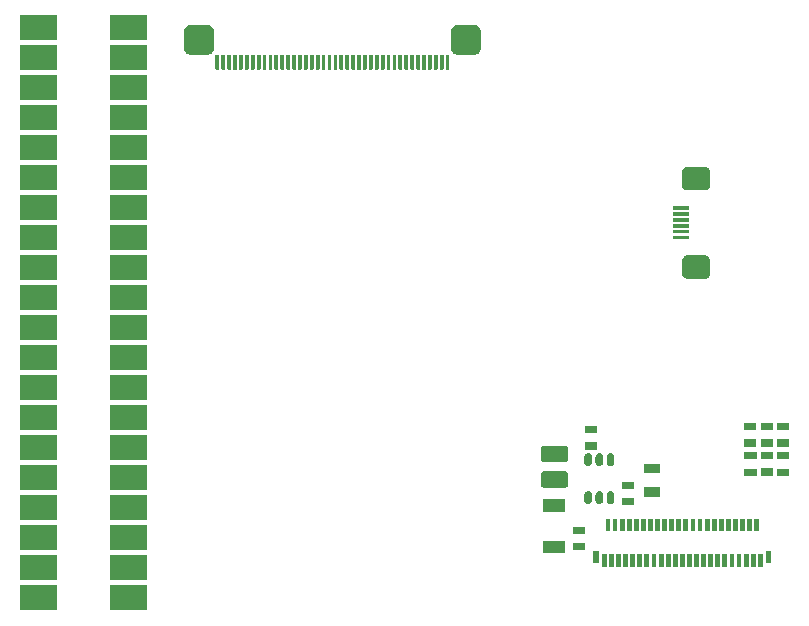
<source format=gbr>
%TF.GenerationSoftware,KiCad,Pcbnew,5.1.6-c6e7f7d~87~ubuntu20.04.1*%
%TF.CreationDate,2020-08-13T14:06:16+02:00*%
%TF.ProjectId,maithoga_lcd_board_480x320_R61529,6d616974-686f-4676-915f-6c63645f626f,V1.0*%
%TF.SameCoordinates,Original*%
%TF.FileFunction,Soldermask,Top*%
%TF.FilePolarity,Negative*%
%FSLAX46Y46*%
G04 Gerber Fmt 4.6, Leading zero omitted, Abs format (unit mm)*
G04 Created by KiCad (PCBNEW 5.1.6-c6e7f7d~87~ubuntu20.04.1) date 2020-08-13 14:06:16*
%MOMM*%
%LPD*%
G01*
G04 APERTURE LIST*
%ADD10C,0.100000*%
G04 APERTURE END LIST*
D10*
G36*
X119275000Y-116490000D02*
G01*
X116135000Y-116490000D01*
X116135000Y-114350000D01*
X119275000Y-114350000D01*
X119275000Y-116490000D01*
G37*
G36*
X111655000Y-116490000D02*
G01*
X108515000Y-116490000D01*
X108515000Y-114350000D01*
X111655000Y-114350000D01*
X111655000Y-116490000D01*
G37*
G36*
X111655000Y-113950000D02*
G01*
X108515000Y-113950000D01*
X108515000Y-111810000D01*
X111655000Y-111810000D01*
X111655000Y-113950000D01*
G37*
G36*
X119275000Y-113950000D02*
G01*
X116135000Y-113950000D01*
X116135000Y-111810000D01*
X119275000Y-111810000D01*
X119275000Y-113950000D01*
G37*
G36*
X169610001Y-112790001D02*
G01*
X169200001Y-112790001D01*
X169200001Y-111730001D01*
X169610001Y-111730001D01*
X169610001Y-112790001D01*
G37*
G36*
X164210001Y-112790001D02*
G01*
X163800001Y-112790001D01*
X163800001Y-111730001D01*
X164210001Y-111730001D01*
X164210001Y-112790001D01*
G37*
G36*
X163610001Y-112790001D02*
G01*
X163200001Y-112790001D01*
X163200001Y-111730001D01*
X163610001Y-111730001D01*
X163610001Y-112790001D01*
G37*
G36*
X169010001Y-112790001D02*
G01*
X168600001Y-112790001D01*
X168600001Y-111730001D01*
X169010001Y-111730001D01*
X169010001Y-112790001D01*
G37*
G36*
X170210001Y-112790001D02*
G01*
X169800001Y-112790001D01*
X169800001Y-111730001D01*
X170210001Y-111730001D01*
X170210001Y-112790001D01*
G37*
G36*
X170810001Y-112790001D02*
G01*
X170400001Y-112790001D01*
X170400001Y-111730001D01*
X170810001Y-111730001D01*
X170810001Y-112790001D01*
G37*
G36*
X171410001Y-112790001D02*
G01*
X171000001Y-112790001D01*
X171000001Y-111730001D01*
X171410001Y-111730001D01*
X171410001Y-112790001D01*
G37*
G36*
X167810001Y-112790001D02*
G01*
X167400001Y-112790001D01*
X167400001Y-111730001D01*
X167810001Y-111730001D01*
X167810001Y-112790001D01*
G37*
G36*
X166610001Y-112790001D02*
G01*
X166200001Y-112790001D01*
X166200001Y-111730001D01*
X166610001Y-111730001D01*
X166610001Y-112790001D01*
G37*
G36*
X166010001Y-112790001D02*
G01*
X165600001Y-112790001D01*
X165600001Y-111730001D01*
X166010001Y-111730001D01*
X166010001Y-112790001D01*
G37*
G36*
X167210001Y-112790001D02*
G01*
X166800001Y-112790001D01*
X166800001Y-111730001D01*
X167210001Y-111730001D01*
X167210001Y-112790001D01*
G37*
G36*
X162410001Y-112790001D02*
G01*
X162000001Y-112790001D01*
X162000001Y-111730001D01*
X162410001Y-111730001D01*
X162410001Y-112790001D01*
G37*
G36*
X161210001Y-112790001D02*
G01*
X160800001Y-112790001D01*
X160800001Y-111730001D01*
X161210001Y-111730001D01*
X161210001Y-112790001D01*
G37*
G36*
X160610001Y-112790001D02*
G01*
X160200001Y-112790001D01*
X160200001Y-111730001D01*
X160610001Y-111730001D01*
X160610001Y-112790001D01*
G37*
G36*
X160010001Y-112790001D02*
G01*
X159600001Y-112790001D01*
X159600001Y-111730001D01*
X160010001Y-111730001D01*
X160010001Y-112790001D01*
G37*
G36*
X159410001Y-112790001D02*
G01*
X159000001Y-112790001D01*
X159000001Y-111730001D01*
X159410001Y-111730001D01*
X159410001Y-112790001D01*
G37*
G36*
X158210001Y-112790001D02*
G01*
X157800001Y-112790001D01*
X157800001Y-111730001D01*
X158210001Y-111730001D01*
X158210001Y-112790001D01*
G37*
G36*
X158810001Y-112790001D02*
G01*
X158400001Y-112790001D01*
X158400001Y-111730001D01*
X158810001Y-111730001D01*
X158810001Y-112790001D01*
G37*
G36*
X161810001Y-112790001D02*
G01*
X161400001Y-112790001D01*
X161400001Y-111730001D01*
X161810001Y-111730001D01*
X161810001Y-112790001D01*
G37*
G36*
X165410001Y-112790001D02*
G01*
X165000001Y-112790001D01*
X165000001Y-111730001D01*
X165410001Y-111730001D01*
X165410001Y-112790001D01*
G37*
G36*
X164810001Y-112790001D02*
G01*
X164400001Y-112790001D01*
X164400001Y-111730001D01*
X164810001Y-111730001D01*
X164810001Y-112790001D01*
G37*
G36*
X163010001Y-112790001D02*
G01*
X162600001Y-112790001D01*
X162600001Y-111730001D01*
X163010001Y-111730001D01*
X163010001Y-112790001D01*
G37*
G36*
X168410001Y-112790001D02*
G01*
X168000001Y-112790001D01*
X168000001Y-111730001D01*
X168410001Y-111730001D01*
X168410001Y-112790001D01*
G37*
G36*
X157535001Y-112498001D02*
G01*
X157075001Y-112498001D01*
X157075001Y-111422001D01*
X157535001Y-111422001D01*
X157535001Y-112498001D01*
G37*
G36*
X172135001Y-112498001D02*
G01*
X171675001Y-112498001D01*
X171675001Y-111422001D01*
X172135001Y-111422001D01*
X172135001Y-112498001D01*
G37*
G36*
X154675000Y-111625000D02*
G01*
X152835000Y-111625000D01*
X152835000Y-110585000D01*
X154675000Y-110585000D01*
X154675000Y-111625000D01*
G37*
G36*
X119275000Y-111410000D02*
G01*
X116135000Y-111410000D01*
X116135000Y-109270000D01*
X119275000Y-109270000D01*
X119275000Y-111410000D01*
G37*
G36*
X111655000Y-111410000D02*
G01*
X108515000Y-111410000D01*
X108515000Y-109270000D01*
X111655000Y-109270000D01*
X111655000Y-111410000D01*
G37*
G36*
X156345000Y-111400000D02*
G01*
X155325000Y-111400000D01*
X155325000Y-110780000D01*
X156345000Y-110780000D01*
X156345000Y-111400000D01*
G37*
G36*
X156345000Y-110000000D02*
G01*
X155325000Y-110000000D01*
X155325000Y-109380000D01*
X156345000Y-109380000D01*
X156345000Y-110000000D01*
G37*
G36*
X161510001Y-109798001D02*
G01*
X161100001Y-109798001D01*
X161100001Y-108722001D01*
X161510001Y-108722001D01*
X161510001Y-109798001D01*
G37*
G36*
X168110001Y-109798001D02*
G01*
X167700001Y-109798001D01*
X167700001Y-108722001D01*
X168110001Y-108722001D01*
X168110001Y-109798001D01*
G37*
G36*
X169310001Y-109798001D02*
G01*
X168900001Y-109798001D01*
X168900001Y-108722001D01*
X169310001Y-108722001D01*
X169310001Y-109798001D01*
G37*
G36*
X165710001Y-109798001D02*
G01*
X165300001Y-109798001D01*
X165300001Y-108722001D01*
X165710001Y-108722001D01*
X165710001Y-109798001D01*
G37*
G36*
X159110001Y-109798001D02*
G01*
X158700001Y-109798001D01*
X158700001Y-108722001D01*
X159110001Y-108722001D01*
X159110001Y-109798001D01*
G37*
G36*
X168710001Y-109798001D02*
G01*
X168300001Y-109798001D01*
X168300001Y-108722001D01*
X168710001Y-108722001D01*
X168710001Y-109798001D01*
G37*
G36*
X158510001Y-109798001D02*
G01*
X158100001Y-109798001D01*
X158100001Y-108722001D01*
X158510001Y-108722001D01*
X158510001Y-109798001D01*
G37*
G36*
X167510001Y-109798001D02*
G01*
X167100001Y-109798001D01*
X167100001Y-108722001D01*
X167510001Y-108722001D01*
X167510001Y-109798001D01*
G37*
G36*
X170510001Y-109798001D02*
G01*
X170100001Y-109798001D01*
X170100001Y-108722001D01*
X170510001Y-108722001D01*
X170510001Y-109798001D01*
G37*
G36*
X165110001Y-109798001D02*
G01*
X164700001Y-109798001D01*
X164700001Y-108722001D01*
X165110001Y-108722001D01*
X165110001Y-109798001D01*
G37*
G36*
X169910001Y-109798001D02*
G01*
X169500001Y-109798001D01*
X169500001Y-108722001D01*
X169910001Y-108722001D01*
X169910001Y-109798001D01*
G37*
G36*
X171110001Y-109798001D02*
G01*
X170700001Y-109798001D01*
X170700001Y-108722001D01*
X171110001Y-108722001D01*
X171110001Y-109798001D01*
G37*
G36*
X166910001Y-109798001D02*
G01*
X166500001Y-109798001D01*
X166500001Y-108722001D01*
X166910001Y-108722001D01*
X166910001Y-109798001D01*
G37*
G36*
X162110001Y-109798001D02*
G01*
X161700001Y-109798001D01*
X161700001Y-108722001D01*
X162110001Y-108722001D01*
X162110001Y-109798001D01*
G37*
G36*
X162710001Y-109798001D02*
G01*
X162300001Y-109798001D01*
X162300001Y-108722001D01*
X162710001Y-108722001D01*
X162710001Y-109798001D01*
G37*
G36*
X163310001Y-109798001D02*
G01*
X162900001Y-109798001D01*
X162900001Y-108722001D01*
X163310001Y-108722001D01*
X163310001Y-109798001D01*
G37*
G36*
X163910001Y-109798001D02*
G01*
X163500001Y-109798001D01*
X163500001Y-108722001D01*
X163910001Y-108722001D01*
X163910001Y-109798001D01*
G37*
G36*
X160910001Y-109798001D02*
G01*
X160500001Y-109798001D01*
X160500001Y-108722001D01*
X160910001Y-108722001D01*
X160910001Y-109798001D01*
G37*
G36*
X160310001Y-109798001D02*
G01*
X159900001Y-109798001D01*
X159900001Y-108722001D01*
X160310001Y-108722001D01*
X160310001Y-109798001D01*
G37*
G36*
X159710001Y-109798001D02*
G01*
X159300001Y-109798001D01*
X159300001Y-108722001D01*
X159710001Y-108722001D01*
X159710001Y-109798001D01*
G37*
G36*
X164510001Y-109798001D02*
G01*
X164100001Y-109798001D01*
X164100001Y-108722001D01*
X164510001Y-108722001D01*
X164510001Y-109798001D01*
G37*
G36*
X166310001Y-109798001D02*
G01*
X165900001Y-109798001D01*
X165900001Y-108722001D01*
X166310001Y-108722001D01*
X166310001Y-109798001D01*
G37*
G36*
X111655000Y-108870000D02*
G01*
X108515000Y-108870000D01*
X108515000Y-106730000D01*
X111655000Y-106730000D01*
X111655000Y-108870000D01*
G37*
G36*
X119275000Y-108870000D02*
G01*
X116135000Y-108870000D01*
X116135000Y-106730000D01*
X119275000Y-106730000D01*
X119275000Y-108870000D01*
G37*
G36*
X154675000Y-108125000D02*
G01*
X152835000Y-108125000D01*
X152835000Y-107085000D01*
X154675000Y-107085000D01*
X154675000Y-108125000D01*
G37*
G36*
X160530000Y-107590000D02*
G01*
X159510000Y-107590000D01*
X159510000Y-106970000D01*
X160530000Y-106970000D01*
X160530000Y-107590000D01*
G37*
G36*
X156688710Y-106369323D02*
G01*
X156749973Y-106387907D01*
X156806433Y-106418085D01*
X156855921Y-106458699D01*
X156896535Y-106508186D01*
X156926713Y-106564646D01*
X156945297Y-106625909D01*
X156950000Y-106673659D01*
X156950000Y-107156341D01*
X156945297Y-107204091D01*
X156926713Y-107265354D01*
X156896535Y-107321814D01*
X156855921Y-107371301D01*
X156806434Y-107411915D01*
X156749974Y-107442093D01*
X156688711Y-107460677D01*
X156625000Y-107466952D01*
X156561290Y-107460677D01*
X156500027Y-107442093D01*
X156443567Y-107411915D01*
X156394080Y-107371301D01*
X156353466Y-107321814D01*
X156323288Y-107265354D01*
X156304704Y-107204091D01*
X156300000Y-107156341D01*
X156300000Y-106673660D01*
X156304703Y-106625910D01*
X156323287Y-106564647D01*
X156353465Y-106508187D01*
X156394079Y-106458699D01*
X156443566Y-106418085D01*
X156500026Y-106387907D01*
X156561289Y-106369323D01*
X156625000Y-106363048D01*
X156688710Y-106369323D01*
G37*
G36*
X157638710Y-106369323D02*
G01*
X157699973Y-106387907D01*
X157756433Y-106418085D01*
X157805921Y-106458699D01*
X157846535Y-106508186D01*
X157876713Y-106564646D01*
X157895297Y-106625909D01*
X157900000Y-106673659D01*
X157900000Y-107156341D01*
X157895297Y-107204091D01*
X157876713Y-107265354D01*
X157846535Y-107321814D01*
X157805921Y-107371301D01*
X157756434Y-107411915D01*
X157699974Y-107442093D01*
X157638711Y-107460677D01*
X157575000Y-107466952D01*
X157511290Y-107460677D01*
X157450027Y-107442093D01*
X157393567Y-107411915D01*
X157344080Y-107371301D01*
X157303466Y-107321814D01*
X157273288Y-107265354D01*
X157254704Y-107204091D01*
X157250000Y-107156341D01*
X157250000Y-106673660D01*
X157254703Y-106625910D01*
X157273287Y-106564647D01*
X157303465Y-106508187D01*
X157344079Y-106458699D01*
X157393566Y-106418085D01*
X157450026Y-106387907D01*
X157511289Y-106369323D01*
X157575000Y-106363048D01*
X157638710Y-106369323D01*
G37*
G36*
X158588710Y-106369323D02*
G01*
X158649973Y-106387907D01*
X158706433Y-106418085D01*
X158755921Y-106458699D01*
X158796535Y-106508186D01*
X158826713Y-106564646D01*
X158845297Y-106625909D01*
X158850000Y-106673659D01*
X158850000Y-107156341D01*
X158845297Y-107204091D01*
X158826713Y-107265354D01*
X158796535Y-107321814D01*
X158755921Y-107371301D01*
X158706434Y-107411915D01*
X158649974Y-107442093D01*
X158588711Y-107460677D01*
X158525000Y-107466952D01*
X158461290Y-107460677D01*
X158400027Y-107442093D01*
X158343567Y-107411915D01*
X158294080Y-107371301D01*
X158253466Y-107321814D01*
X158223288Y-107265354D01*
X158204704Y-107204091D01*
X158200000Y-107156341D01*
X158200000Y-106673660D01*
X158204703Y-106625910D01*
X158223287Y-106564647D01*
X158253465Y-106508187D01*
X158294079Y-106458699D01*
X158343566Y-106418085D01*
X158400026Y-106387907D01*
X158461289Y-106369323D01*
X158525000Y-106363048D01*
X158588710Y-106369323D01*
G37*
G36*
X162710240Y-106870810D02*
G01*
X161389760Y-106870810D01*
X161389760Y-106050710D01*
X162710240Y-106050710D01*
X162710240Y-106870810D01*
G37*
G36*
X119275000Y-106330000D02*
G01*
X116135000Y-106330000D01*
X116135000Y-104190000D01*
X119275000Y-104190000D01*
X119275000Y-106330000D01*
G37*
G36*
X111655000Y-106330000D02*
G01*
X108515000Y-106330000D01*
X108515000Y-104190000D01*
X111655000Y-104190000D01*
X111655000Y-106330000D01*
G37*
G36*
X160530000Y-106190000D02*
G01*
X159510000Y-106190000D01*
X159510000Y-105570000D01*
X160530000Y-105570000D01*
X160530000Y-106190000D01*
G37*
G36*
X154733284Y-104710173D02*
G01*
X154782603Y-104725133D01*
X154828046Y-104749423D01*
X154867883Y-104782117D01*
X154900577Y-104821954D01*
X154924867Y-104867397D01*
X154939827Y-104916716D01*
X154945000Y-104969232D01*
X154945000Y-105830768D01*
X154939827Y-105883284D01*
X154924867Y-105932603D01*
X154900577Y-105978046D01*
X154867883Y-106017883D01*
X154828046Y-106050577D01*
X154782603Y-106074867D01*
X154733284Y-106089827D01*
X154680768Y-106095000D01*
X152869232Y-106095000D01*
X152816716Y-106089827D01*
X152767397Y-106074867D01*
X152721954Y-106050577D01*
X152682117Y-106017883D01*
X152649423Y-105978046D01*
X152625133Y-105932603D01*
X152610173Y-105883284D01*
X152605000Y-105830768D01*
X152605000Y-104969232D01*
X152610173Y-104916716D01*
X152625133Y-104867397D01*
X152649423Y-104821954D01*
X152682117Y-104782117D01*
X152721954Y-104749423D01*
X152767397Y-104725133D01*
X152816716Y-104710173D01*
X152869232Y-104705000D01*
X154680768Y-104705000D01*
X154733284Y-104710173D01*
G37*
G36*
X173650000Y-105090000D02*
G01*
X172630000Y-105090000D01*
X172630000Y-104470000D01*
X173650000Y-104470000D01*
X173650000Y-105090000D01*
G37*
G36*
X170885000Y-105090000D02*
G01*
X169865000Y-105090000D01*
X169865000Y-104470000D01*
X170885000Y-104470000D01*
X170885000Y-105090000D01*
G37*
G36*
X172265000Y-105085000D02*
G01*
X171245000Y-105085000D01*
X171245000Y-104465000D01*
X172265000Y-104465000D01*
X172265000Y-105085000D01*
G37*
G36*
X162710240Y-104869290D02*
G01*
X161389760Y-104869290D01*
X161389760Y-104049190D01*
X162710240Y-104049190D01*
X162710240Y-104869290D01*
G37*
G36*
X157638710Y-103169323D02*
G01*
X157699973Y-103187907D01*
X157756433Y-103218085D01*
X157805921Y-103258699D01*
X157846535Y-103308186D01*
X157876713Y-103364646D01*
X157895297Y-103425909D01*
X157900000Y-103473659D01*
X157900000Y-103956341D01*
X157895297Y-104004091D01*
X157876713Y-104065354D01*
X157846535Y-104121814D01*
X157805921Y-104171301D01*
X157756434Y-104211915D01*
X157699974Y-104242093D01*
X157638711Y-104260677D01*
X157575000Y-104266952D01*
X157511290Y-104260677D01*
X157450027Y-104242093D01*
X157393567Y-104211915D01*
X157344080Y-104171301D01*
X157303466Y-104121814D01*
X157273288Y-104065354D01*
X157254704Y-104004091D01*
X157250000Y-103956341D01*
X157250000Y-103473660D01*
X157254703Y-103425910D01*
X157273287Y-103364647D01*
X157303465Y-103308187D01*
X157344079Y-103258699D01*
X157393566Y-103218085D01*
X157450026Y-103187907D01*
X157511289Y-103169323D01*
X157575000Y-103163048D01*
X157638710Y-103169323D01*
G37*
G36*
X156688710Y-103169323D02*
G01*
X156749973Y-103187907D01*
X156806433Y-103218085D01*
X156855921Y-103258699D01*
X156896535Y-103308186D01*
X156926713Y-103364646D01*
X156945297Y-103425909D01*
X156950000Y-103473659D01*
X156950000Y-103956341D01*
X156945297Y-104004091D01*
X156926713Y-104065354D01*
X156896535Y-104121814D01*
X156855921Y-104171301D01*
X156806434Y-104211915D01*
X156749974Y-104242093D01*
X156688711Y-104260677D01*
X156625000Y-104266952D01*
X156561290Y-104260677D01*
X156500027Y-104242093D01*
X156443567Y-104211915D01*
X156394080Y-104171301D01*
X156353466Y-104121814D01*
X156323288Y-104065354D01*
X156304704Y-104004091D01*
X156300000Y-103956341D01*
X156300000Y-103473660D01*
X156304703Y-103425910D01*
X156323287Y-103364647D01*
X156353465Y-103308187D01*
X156394079Y-103258699D01*
X156443566Y-103218085D01*
X156500026Y-103187907D01*
X156561289Y-103169323D01*
X156625000Y-103163048D01*
X156688710Y-103169323D01*
G37*
G36*
X158588710Y-103169323D02*
G01*
X158649973Y-103187907D01*
X158706433Y-103218085D01*
X158755921Y-103258699D01*
X158796535Y-103308186D01*
X158826713Y-103364646D01*
X158845297Y-103425909D01*
X158850000Y-103473659D01*
X158850000Y-103956341D01*
X158845297Y-104004091D01*
X158826713Y-104065354D01*
X158796535Y-104121814D01*
X158755921Y-104171301D01*
X158706434Y-104211915D01*
X158649974Y-104242093D01*
X158588711Y-104260677D01*
X158525000Y-104266952D01*
X158461290Y-104260677D01*
X158400027Y-104242093D01*
X158343567Y-104211915D01*
X158294080Y-104171301D01*
X158253466Y-104121814D01*
X158223288Y-104065354D01*
X158204704Y-104004091D01*
X158200000Y-103956341D01*
X158200000Y-103473660D01*
X158204703Y-103425910D01*
X158223287Y-103364647D01*
X158253465Y-103308187D01*
X158294079Y-103258699D01*
X158343566Y-103218085D01*
X158400026Y-103187907D01*
X158461289Y-103169323D01*
X158525000Y-103163048D01*
X158588710Y-103169323D01*
G37*
G36*
X154733284Y-102560173D02*
G01*
X154782603Y-102575133D01*
X154828046Y-102599423D01*
X154867883Y-102632117D01*
X154900577Y-102671954D01*
X154924867Y-102717397D01*
X154939827Y-102766716D01*
X154945000Y-102819232D01*
X154945000Y-103680768D01*
X154939827Y-103733284D01*
X154924867Y-103782603D01*
X154900577Y-103828046D01*
X154867883Y-103867883D01*
X154828046Y-103900577D01*
X154782603Y-103924867D01*
X154733284Y-103939827D01*
X154680768Y-103945000D01*
X152869232Y-103945000D01*
X152816716Y-103939827D01*
X152767397Y-103924867D01*
X152721954Y-103900577D01*
X152682117Y-103867883D01*
X152649423Y-103828046D01*
X152625133Y-103782603D01*
X152610173Y-103733284D01*
X152605000Y-103680768D01*
X152605000Y-102819232D01*
X152610173Y-102766716D01*
X152625133Y-102717397D01*
X152649423Y-102671954D01*
X152682117Y-102632117D01*
X152721954Y-102599423D01*
X152767397Y-102575133D01*
X152816716Y-102560173D01*
X152869232Y-102555000D01*
X154680768Y-102555000D01*
X154733284Y-102560173D01*
G37*
G36*
X119275000Y-103790000D02*
G01*
X116135000Y-103790000D01*
X116135000Y-101650000D01*
X119275000Y-101650000D01*
X119275000Y-103790000D01*
G37*
G36*
X111655000Y-103790000D02*
G01*
X108515000Y-103790000D01*
X108515000Y-101650000D01*
X111655000Y-101650000D01*
X111655000Y-103790000D01*
G37*
G36*
X170885000Y-103690000D02*
G01*
X169865000Y-103690000D01*
X169865000Y-103070000D01*
X170885000Y-103070000D01*
X170885000Y-103690000D01*
G37*
G36*
X173650000Y-103690000D02*
G01*
X172630000Y-103690000D01*
X172630000Y-103070000D01*
X173650000Y-103070000D01*
X173650000Y-103690000D01*
G37*
G36*
X172265000Y-103685000D02*
G01*
X171245000Y-103685000D01*
X171245000Y-103065000D01*
X172265000Y-103065000D01*
X172265000Y-103685000D01*
G37*
G36*
X157415000Y-102875000D02*
G01*
X156395000Y-102875000D01*
X156395000Y-102255000D01*
X157415000Y-102255000D01*
X157415000Y-102875000D01*
G37*
G36*
X173650000Y-102610000D02*
G01*
X172630000Y-102610000D01*
X172630000Y-101990000D01*
X173650000Y-101990000D01*
X173650000Y-102610000D01*
G37*
G36*
X172265000Y-102610000D02*
G01*
X171245000Y-102610000D01*
X171245000Y-101990000D01*
X172265000Y-101990000D01*
X172265000Y-102610000D01*
G37*
G36*
X170880000Y-102610000D02*
G01*
X169860000Y-102610000D01*
X169860000Y-101990000D01*
X170880000Y-101990000D01*
X170880000Y-102610000D01*
G37*
G36*
X157415000Y-101475000D02*
G01*
X156395000Y-101475000D01*
X156395000Y-100855000D01*
X157415000Y-100855000D01*
X157415000Y-101475000D01*
G37*
G36*
X119275000Y-101250000D02*
G01*
X116135000Y-101250000D01*
X116135000Y-99110000D01*
X119275000Y-99110000D01*
X119275000Y-101250000D01*
G37*
G36*
X111655000Y-101250000D02*
G01*
X108515000Y-101250000D01*
X108515000Y-99110000D01*
X111655000Y-99110000D01*
X111655000Y-101250000D01*
G37*
G36*
X172265000Y-101210000D02*
G01*
X171245000Y-101210000D01*
X171245000Y-100590000D01*
X172265000Y-100590000D01*
X172265000Y-101210000D01*
G37*
G36*
X170880000Y-101210000D02*
G01*
X169860000Y-101210000D01*
X169860000Y-100590000D01*
X170880000Y-100590000D01*
X170880000Y-101210000D01*
G37*
G36*
X173650000Y-101210000D02*
G01*
X172630000Y-101210000D01*
X172630000Y-100590000D01*
X173650000Y-100590000D01*
X173650000Y-101210000D01*
G37*
G36*
X119275000Y-98710000D02*
G01*
X116135000Y-98710000D01*
X116135000Y-96570000D01*
X119275000Y-96570000D01*
X119275000Y-98710000D01*
G37*
G36*
X111655000Y-98710000D02*
G01*
X108515000Y-98710000D01*
X108515000Y-96570000D01*
X111655000Y-96570000D01*
X111655000Y-98710000D01*
G37*
G36*
X111655000Y-96170000D02*
G01*
X108515000Y-96170000D01*
X108515000Y-94030000D01*
X111655000Y-94030000D01*
X111655000Y-96170000D01*
G37*
G36*
X119275000Y-96170000D02*
G01*
X116135000Y-96170000D01*
X116135000Y-94030000D01*
X119275000Y-94030000D01*
X119275000Y-96170000D01*
G37*
G36*
X111655000Y-93630000D02*
G01*
X108515000Y-93630000D01*
X108515000Y-91490000D01*
X111655000Y-91490000D01*
X111655000Y-93630000D01*
G37*
G36*
X119275000Y-93630000D02*
G01*
X116135000Y-93630000D01*
X116135000Y-91490000D01*
X119275000Y-91490000D01*
X119275000Y-93630000D01*
G37*
G36*
X119275000Y-91090000D02*
G01*
X116135000Y-91090000D01*
X116135000Y-88950000D01*
X119275000Y-88950000D01*
X119275000Y-91090000D01*
G37*
G36*
X111655000Y-91090000D02*
G01*
X108515000Y-91090000D01*
X108515000Y-88950000D01*
X111655000Y-88950000D01*
X111655000Y-91090000D01*
G37*
G36*
X111655000Y-88550000D02*
G01*
X108515000Y-88550000D01*
X108515000Y-86410000D01*
X111655000Y-86410000D01*
X111655000Y-88550000D01*
G37*
G36*
X119275000Y-88550000D02*
G01*
X116135000Y-88550000D01*
X116135000Y-86410000D01*
X119275000Y-86410000D01*
X119275000Y-88550000D01*
G37*
G36*
X166572584Y-86419488D02*
G01*
X166664017Y-86447223D01*
X166748272Y-86492259D01*
X166822130Y-86552872D01*
X166882743Y-86626730D01*
X166927779Y-86710985D01*
X166955514Y-86802418D01*
X166965001Y-86898733D01*
X166965001Y-87921269D01*
X166955514Y-88017584D01*
X166927779Y-88109017D01*
X166882743Y-88193272D01*
X166822130Y-88267130D01*
X166748272Y-88327743D01*
X166664017Y-88372779D01*
X166572584Y-88400514D01*
X166476269Y-88410001D01*
X165053733Y-88410001D01*
X164957418Y-88400514D01*
X164865985Y-88372779D01*
X164781730Y-88327743D01*
X164707872Y-88267130D01*
X164647259Y-88193272D01*
X164602223Y-88109017D01*
X164574488Y-88017584D01*
X164565001Y-87921269D01*
X164565001Y-86898733D01*
X164574488Y-86802418D01*
X164602223Y-86710985D01*
X164647259Y-86626730D01*
X164707872Y-86552872D01*
X164781730Y-86492259D01*
X164865985Y-86447223D01*
X164957418Y-86419488D01*
X165053733Y-86410001D01*
X166476269Y-86410001D01*
X166572584Y-86419488D01*
G37*
G36*
X119275000Y-86010000D02*
G01*
X116135000Y-86010000D01*
X116135000Y-83870000D01*
X119275000Y-83870000D01*
X119275000Y-86010000D01*
G37*
G36*
X111655000Y-86010000D02*
G01*
X108515000Y-86010000D01*
X108515000Y-83870000D01*
X111655000Y-83870000D01*
X111655000Y-86010000D01*
G37*
G36*
X165107661Y-84761369D02*
G01*
X165119829Y-84765061D01*
X165131044Y-84771055D01*
X165140877Y-84779125D01*
X165148947Y-84788958D01*
X165154941Y-84800173D01*
X165158633Y-84812341D01*
X165160001Y-84826232D01*
X165160001Y-85003770D01*
X165158633Y-85017661D01*
X165154941Y-85029829D01*
X165148947Y-85041044D01*
X165140877Y-85050877D01*
X165131044Y-85058947D01*
X165119829Y-85064941D01*
X165107661Y-85068633D01*
X165093770Y-85070001D01*
X163866232Y-85070001D01*
X163852341Y-85068633D01*
X163840173Y-85064941D01*
X163828958Y-85058947D01*
X163819125Y-85050877D01*
X163811055Y-85041044D01*
X163805061Y-85029829D01*
X163801369Y-85017661D01*
X163800001Y-85003770D01*
X163800001Y-84826232D01*
X163801369Y-84812341D01*
X163805061Y-84800173D01*
X163811055Y-84788958D01*
X163819125Y-84779125D01*
X163828958Y-84771055D01*
X163840173Y-84765061D01*
X163852341Y-84761369D01*
X163866232Y-84760001D01*
X165093770Y-84760001D01*
X165107661Y-84761369D01*
G37*
G36*
X165107661Y-84261369D02*
G01*
X165119829Y-84265061D01*
X165131044Y-84271055D01*
X165140877Y-84279125D01*
X165148947Y-84288958D01*
X165154941Y-84300173D01*
X165158633Y-84312341D01*
X165160001Y-84326232D01*
X165160001Y-84503770D01*
X165158633Y-84517661D01*
X165154941Y-84529829D01*
X165148947Y-84541044D01*
X165140877Y-84550877D01*
X165131044Y-84558947D01*
X165119829Y-84564941D01*
X165107661Y-84568633D01*
X165093770Y-84570001D01*
X163866232Y-84570001D01*
X163852341Y-84568633D01*
X163840173Y-84564941D01*
X163828958Y-84558947D01*
X163819125Y-84550877D01*
X163811055Y-84541044D01*
X163805061Y-84529829D01*
X163801369Y-84517661D01*
X163800001Y-84503770D01*
X163800001Y-84326232D01*
X163801369Y-84312341D01*
X163805061Y-84300173D01*
X163811055Y-84288958D01*
X163819125Y-84279125D01*
X163828958Y-84271055D01*
X163840173Y-84265061D01*
X163852341Y-84261369D01*
X163866232Y-84260001D01*
X165093770Y-84260001D01*
X165107661Y-84261369D01*
G37*
G36*
X165107661Y-83761369D02*
G01*
X165119829Y-83765061D01*
X165131044Y-83771055D01*
X165140877Y-83779125D01*
X165148947Y-83788958D01*
X165154941Y-83800173D01*
X165158633Y-83812341D01*
X165160001Y-83826232D01*
X165160001Y-84003770D01*
X165158633Y-84017661D01*
X165154941Y-84029829D01*
X165148947Y-84041044D01*
X165140877Y-84050877D01*
X165131044Y-84058947D01*
X165119829Y-84064941D01*
X165107661Y-84068633D01*
X165093770Y-84070001D01*
X163866232Y-84070001D01*
X163852341Y-84068633D01*
X163840173Y-84064941D01*
X163828958Y-84058947D01*
X163819125Y-84050877D01*
X163811055Y-84041044D01*
X163805061Y-84029829D01*
X163801369Y-84017661D01*
X163800001Y-84003770D01*
X163800001Y-83826232D01*
X163801369Y-83812341D01*
X163805061Y-83800173D01*
X163811055Y-83788958D01*
X163819125Y-83779125D01*
X163828958Y-83771055D01*
X163840173Y-83765061D01*
X163852341Y-83761369D01*
X163866232Y-83760001D01*
X165093770Y-83760001D01*
X165107661Y-83761369D01*
G37*
G36*
X165107661Y-83261369D02*
G01*
X165119829Y-83265061D01*
X165131044Y-83271055D01*
X165140877Y-83279125D01*
X165148947Y-83288958D01*
X165154941Y-83300173D01*
X165158633Y-83312341D01*
X165160001Y-83326232D01*
X165160001Y-83503770D01*
X165158633Y-83517661D01*
X165154941Y-83529829D01*
X165148947Y-83541044D01*
X165140877Y-83550877D01*
X165131044Y-83558947D01*
X165119829Y-83564941D01*
X165107661Y-83568633D01*
X165093770Y-83570001D01*
X163866232Y-83570001D01*
X163852341Y-83568633D01*
X163840173Y-83564941D01*
X163828958Y-83558947D01*
X163819125Y-83550877D01*
X163811055Y-83541044D01*
X163805061Y-83529829D01*
X163801369Y-83517661D01*
X163800001Y-83503770D01*
X163800001Y-83326232D01*
X163801369Y-83312341D01*
X163805061Y-83300173D01*
X163811055Y-83288958D01*
X163819125Y-83279125D01*
X163828958Y-83271055D01*
X163840173Y-83265061D01*
X163852341Y-83261369D01*
X163866232Y-83260001D01*
X165093770Y-83260001D01*
X165107661Y-83261369D01*
G37*
G36*
X119275000Y-83470000D02*
G01*
X116135000Y-83470000D01*
X116135000Y-81330000D01*
X119275000Y-81330000D01*
X119275000Y-83470000D01*
G37*
G36*
X111655000Y-83470000D02*
G01*
X108515000Y-83470000D01*
X108515000Y-81330000D01*
X111655000Y-81330000D01*
X111655000Y-83470000D01*
G37*
G36*
X165107661Y-82761369D02*
G01*
X165119829Y-82765061D01*
X165131044Y-82771055D01*
X165140877Y-82779125D01*
X165148947Y-82788958D01*
X165154941Y-82800173D01*
X165158633Y-82812341D01*
X165160001Y-82826232D01*
X165160001Y-83003770D01*
X165158633Y-83017661D01*
X165154941Y-83029829D01*
X165148947Y-83041044D01*
X165140877Y-83050877D01*
X165131044Y-83058947D01*
X165119829Y-83064941D01*
X165107661Y-83068633D01*
X165093770Y-83070001D01*
X163866232Y-83070001D01*
X163852341Y-83068633D01*
X163840173Y-83064941D01*
X163828958Y-83058947D01*
X163819125Y-83050877D01*
X163811055Y-83041044D01*
X163805061Y-83029829D01*
X163801369Y-83017661D01*
X163800001Y-83003770D01*
X163800001Y-82826232D01*
X163801369Y-82812341D01*
X163805061Y-82800173D01*
X163811055Y-82788958D01*
X163819125Y-82779125D01*
X163828958Y-82771055D01*
X163840173Y-82765061D01*
X163852341Y-82761369D01*
X163866232Y-82760001D01*
X165093770Y-82760001D01*
X165107661Y-82761369D01*
G37*
G36*
X165107661Y-82261369D02*
G01*
X165119829Y-82265061D01*
X165131044Y-82271055D01*
X165140877Y-82279125D01*
X165148947Y-82288958D01*
X165154941Y-82300173D01*
X165158633Y-82312341D01*
X165160001Y-82326232D01*
X165160001Y-82503770D01*
X165158633Y-82517661D01*
X165154941Y-82529829D01*
X165148947Y-82541044D01*
X165140877Y-82550877D01*
X165131044Y-82558947D01*
X165119829Y-82564941D01*
X165107661Y-82568633D01*
X165093770Y-82570001D01*
X163866232Y-82570001D01*
X163852341Y-82568633D01*
X163840173Y-82564941D01*
X163828958Y-82558947D01*
X163819125Y-82550877D01*
X163811055Y-82541044D01*
X163805061Y-82529829D01*
X163801369Y-82517661D01*
X163800001Y-82503770D01*
X163800001Y-82326232D01*
X163801369Y-82312341D01*
X163805061Y-82300173D01*
X163811055Y-82288958D01*
X163819125Y-82279125D01*
X163828958Y-82271055D01*
X163840173Y-82265061D01*
X163852341Y-82261369D01*
X163866232Y-82260001D01*
X165093770Y-82260001D01*
X165107661Y-82261369D01*
G37*
G36*
X119275000Y-80930000D02*
G01*
X116135000Y-80930000D01*
X116135000Y-78790000D01*
X119275000Y-78790000D01*
X119275000Y-80930000D01*
G37*
G36*
X111655000Y-80930000D02*
G01*
X108515000Y-80930000D01*
X108515000Y-78790000D01*
X111655000Y-78790000D01*
X111655000Y-80930000D01*
G37*
G36*
X166572584Y-78929488D02*
G01*
X166664017Y-78957223D01*
X166748272Y-79002259D01*
X166822130Y-79062872D01*
X166882743Y-79136730D01*
X166927779Y-79220985D01*
X166955514Y-79312418D01*
X166965001Y-79408733D01*
X166965001Y-80431269D01*
X166955514Y-80527584D01*
X166927779Y-80619017D01*
X166882743Y-80703272D01*
X166822130Y-80777130D01*
X166748272Y-80837743D01*
X166664017Y-80882779D01*
X166572584Y-80910514D01*
X166476269Y-80920001D01*
X165053733Y-80920001D01*
X164957418Y-80910514D01*
X164865985Y-80882779D01*
X164781730Y-80837743D01*
X164707872Y-80777130D01*
X164647259Y-80703272D01*
X164602223Y-80619017D01*
X164574488Y-80527584D01*
X164565001Y-80431269D01*
X164565001Y-79408733D01*
X164574488Y-79312418D01*
X164602223Y-79220985D01*
X164647259Y-79136730D01*
X164707872Y-79062872D01*
X164781730Y-79002259D01*
X164865985Y-78957223D01*
X164957418Y-78929488D01*
X165053733Y-78920001D01*
X166476269Y-78920001D01*
X166572584Y-78929488D01*
G37*
G36*
X119275000Y-78390000D02*
G01*
X116135000Y-78390000D01*
X116135000Y-76250000D01*
X119275000Y-76250000D01*
X119275000Y-78390000D01*
G37*
G36*
X111655000Y-78390000D02*
G01*
X108515000Y-78390000D01*
X108515000Y-76250000D01*
X111655000Y-76250000D01*
X111655000Y-78390000D01*
G37*
G36*
X111655000Y-75850000D02*
G01*
X108515000Y-75850000D01*
X108515000Y-73710000D01*
X111655000Y-73710000D01*
X111655000Y-75850000D01*
G37*
G36*
X119275000Y-75850000D02*
G01*
X116135000Y-75850000D01*
X116135000Y-73710000D01*
X119275000Y-73710000D01*
X119275000Y-75850000D01*
G37*
G36*
X119275000Y-73310000D02*
G01*
X116135000Y-73310000D01*
X116135000Y-71170000D01*
X119275000Y-71170000D01*
X119275000Y-73310000D01*
G37*
G36*
X111655000Y-73310000D02*
G01*
X108515000Y-73310000D01*
X108515000Y-71170000D01*
X111655000Y-71170000D01*
X111655000Y-73310000D01*
G37*
G36*
X111655000Y-70770000D02*
G01*
X108515000Y-70770000D01*
X108515000Y-68630000D01*
X111655000Y-68630000D01*
X111655000Y-70770000D01*
G37*
G36*
X119275000Y-70770000D02*
G01*
X116135000Y-70770000D01*
X116135000Y-68630000D01*
X119275000Y-68630000D01*
X119275000Y-70770000D01*
G37*
G36*
X125835649Y-69426416D02*
G01*
X125848282Y-69430248D01*
X125859934Y-69436476D01*
X125870144Y-69444856D01*
X125878524Y-69455066D01*
X125884752Y-69466718D01*
X125888584Y-69479351D01*
X125890000Y-69493731D01*
X125890000Y-70626269D01*
X125888584Y-70640649D01*
X125884752Y-70653282D01*
X125878524Y-70664934D01*
X125870144Y-70675144D01*
X125859934Y-70683524D01*
X125848282Y-70689752D01*
X125835649Y-70693584D01*
X125821269Y-70695000D01*
X125638731Y-70695000D01*
X125624351Y-70693584D01*
X125611718Y-70689752D01*
X125600066Y-70683524D01*
X125589856Y-70675144D01*
X125581476Y-70664934D01*
X125575248Y-70653282D01*
X125571416Y-70640649D01*
X125570000Y-70626269D01*
X125570000Y-69493731D01*
X125571416Y-69479351D01*
X125575248Y-69466718D01*
X125581476Y-69455066D01*
X125589856Y-69444856D01*
X125600066Y-69436476D01*
X125611718Y-69430248D01*
X125624351Y-69426416D01*
X125638731Y-69425000D01*
X125821269Y-69425000D01*
X125835649Y-69426416D01*
G37*
G36*
X132335649Y-69426416D02*
G01*
X132348282Y-69430248D01*
X132359934Y-69436476D01*
X132370144Y-69444856D01*
X132378524Y-69455066D01*
X132384752Y-69466718D01*
X132388584Y-69479351D01*
X132390000Y-69493731D01*
X132390000Y-70626269D01*
X132388584Y-70640649D01*
X132384752Y-70653282D01*
X132378524Y-70664934D01*
X132370144Y-70675144D01*
X132359934Y-70683524D01*
X132348282Y-70689752D01*
X132335649Y-70693584D01*
X132321269Y-70695000D01*
X132138731Y-70695000D01*
X132124351Y-70693584D01*
X132111718Y-70689752D01*
X132100066Y-70683524D01*
X132089856Y-70675144D01*
X132081476Y-70664934D01*
X132075248Y-70653282D01*
X132071416Y-70640649D01*
X132070000Y-70626269D01*
X132070000Y-69493731D01*
X132071416Y-69479351D01*
X132075248Y-69466718D01*
X132081476Y-69455066D01*
X132089856Y-69444856D01*
X132100066Y-69436476D01*
X132111718Y-69430248D01*
X132124351Y-69426416D01*
X132138731Y-69425000D01*
X132321269Y-69425000D01*
X132335649Y-69426416D01*
G37*
G36*
X125335649Y-69426416D02*
G01*
X125348282Y-69430248D01*
X125359934Y-69436476D01*
X125370144Y-69444856D01*
X125378524Y-69455066D01*
X125384752Y-69466718D01*
X125388584Y-69479351D01*
X125390000Y-69493731D01*
X125390000Y-70626269D01*
X125388584Y-70640649D01*
X125384752Y-70653282D01*
X125378524Y-70664934D01*
X125370144Y-70675144D01*
X125359934Y-70683524D01*
X125348282Y-70689752D01*
X125335649Y-70693584D01*
X125321269Y-70695000D01*
X125138731Y-70695000D01*
X125124351Y-70693584D01*
X125111718Y-70689752D01*
X125100066Y-70683524D01*
X125089856Y-70675144D01*
X125081476Y-70664934D01*
X125075248Y-70653282D01*
X125071416Y-70640649D01*
X125070000Y-70626269D01*
X125070000Y-69493731D01*
X125071416Y-69479351D01*
X125075248Y-69466718D01*
X125081476Y-69455066D01*
X125089856Y-69444856D01*
X125100066Y-69436476D01*
X125111718Y-69430248D01*
X125124351Y-69426416D01*
X125138731Y-69425000D01*
X125321269Y-69425000D01*
X125335649Y-69426416D01*
G37*
G36*
X137835649Y-69426416D02*
G01*
X137848282Y-69430248D01*
X137859934Y-69436476D01*
X137870144Y-69444856D01*
X137878524Y-69455066D01*
X137884752Y-69466718D01*
X137888584Y-69479351D01*
X137890000Y-69493731D01*
X137890000Y-70626269D01*
X137888584Y-70640649D01*
X137884752Y-70653282D01*
X137878524Y-70664934D01*
X137870144Y-70675144D01*
X137859934Y-70683524D01*
X137848282Y-70689752D01*
X137835649Y-70693584D01*
X137821269Y-70695000D01*
X137638731Y-70695000D01*
X137624351Y-70693584D01*
X137611718Y-70689752D01*
X137600066Y-70683524D01*
X137589856Y-70675144D01*
X137581476Y-70664934D01*
X137575248Y-70653282D01*
X137571416Y-70640649D01*
X137570000Y-70626269D01*
X137570000Y-69493731D01*
X137571416Y-69479351D01*
X137575248Y-69466718D01*
X137581476Y-69455066D01*
X137589856Y-69444856D01*
X137600066Y-69436476D01*
X137611718Y-69430248D01*
X137624351Y-69426416D01*
X137638731Y-69425000D01*
X137821269Y-69425000D01*
X137835649Y-69426416D01*
G37*
G36*
X138335649Y-69426416D02*
G01*
X138348282Y-69430248D01*
X138359934Y-69436476D01*
X138370144Y-69444856D01*
X138378524Y-69455066D01*
X138384752Y-69466718D01*
X138388584Y-69479351D01*
X138390000Y-69493731D01*
X138390000Y-70626269D01*
X138388584Y-70640649D01*
X138384752Y-70653282D01*
X138378524Y-70664934D01*
X138370144Y-70675144D01*
X138359934Y-70683524D01*
X138348282Y-70689752D01*
X138335649Y-70693584D01*
X138321269Y-70695000D01*
X138138731Y-70695000D01*
X138124351Y-70693584D01*
X138111718Y-70689752D01*
X138100066Y-70683524D01*
X138089856Y-70675144D01*
X138081476Y-70664934D01*
X138075248Y-70653282D01*
X138071416Y-70640649D01*
X138070000Y-70626269D01*
X138070000Y-69493731D01*
X138071416Y-69479351D01*
X138075248Y-69466718D01*
X138081476Y-69455066D01*
X138089856Y-69444856D01*
X138100066Y-69436476D01*
X138111718Y-69430248D01*
X138124351Y-69426416D01*
X138138731Y-69425000D01*
X138321269Y-69425000D01*
X138335649Y-69426416D01*
G37*
G36*
X131835649Y-69426416D02*
G01*
X131848282Y-69430248D01*
X131859934Y-69436476D01*
X131870144Y-69444856D01*
X131878524Y-69455066D01*
X131884752Y-69466718D01*
X131888584Y-69479351D01*
X131890000Y-69493731D01*
X131890000Y-70626269D01*
X131888584Y-70640649D01*
X131884752Y-70653282D01*
X131878524Y-70664934D01*
X131870144Y-70675144D01*
X131859934Y-70683524D01*
X131848282Y-70689752D01*
X131835649Y-70693584D01*
X131821269Y-70695000D01*
X131638731Y-70695000D01*
X131624351Y-70693584D01*
X131611718Y-70689752D01*
X131600066Y-70683524D01*
X131589856Y-70675144D01*
X131581476Y-70664934D01*
X131575248Y-70653282D01*
X131571416Y-70640649D01*
X131570000Y-70626269D01*
X131570000Y-69493731D01*
X131571416Y-69479351D01*
X131575248Y-69466718D01*
X131581476Y-69455066D01*
X131589856Y-69444856D01*
X131600066Y-69436476D01*
X131611718Y-69430248D01*
X131624351Y-69426416D01*
X131638731Y-69425000D01*
X131821269Y-69425000D01*
X131835649Y-69426416D01*
G37*
G36*
X139335649Y-69426416D02*
G01*
X139348282Y-69430248D01*
X139359934Y-69436476D01*
X139370144Y-69444856D01*
X139378524Y-69455066D01*
X139384752Y-69466718D01*
X139388584Y-69479351D01*
X139390000Y-69493731D01*
X139390000Y-70626269D01*
X139388584Y-70640649D01*
X139384752Y-70653282D01*
X139378524Y-70664934D01*
X139370144Y-70675144D01*
X139359934Y-70683524D01*
X139348282Y-70689752D01*
X139335649Y-70693584D01*
X139321269Y-70695000D01*
X139138731Y-70695000D01*
X139124351Y-70693584D01*
X139111718Y-70689752D01*
X139100066Y-70683524D01*
X139089856Y-70675144D01*
X139081476Y-70664934D01*
X139075248Y-70653282D01*
X139071416Y-70640649D01*
X139070000Y-70626269D01*
X139070000Y-69493731D01*
X139071416Y-69479351D01*
X139075248Y-69466718D01*
X139081476Y-69455066D01*
X139089856Y-69444856D01*
X139100066Y-69436476D01*
X139111718Y-69430248D01*
X139124351Y-69426416D01*
X139138731Y-69425000D01*
X139321269Y-69425000D01*
X139335649Y-69426416D01*
G37*
G36*
X140335649Y-69426416D02*
G01*
X140348282Y-69430248D01*
X140359934Y-69436476D01*
X140370144Y-69444856D01*
X140378524Y-69455066D01*
X140384752Y-69466718D01*
X140388584Y-69479351D01*
X140390000Y-69493731D01*
X140390000Y-70626269D01*
X140388584Y-70640649D01*
X140384752Y-70653282D01*
X140378524Y-70664934D01*
X140370144Y-70675144D01*
X140359934Y-70683524D01*
X140348282Y-70689752D01*
X140335649Y-70693584D01*
X140321269Y-70695000D01*
X140138731Y-70695000D01*
X140124351Y-70693584D01*
X140111718Y-70689752D01*
X140100066Y-70683524D01*
X140089856Y-70675144D01*
X140081476Y-70664934D01*
X140075248Y-70653282D01*
X140071416Y-70640649D01*
X140070000Y-70626269D01*
X140070000Y-69493731D01*
X140071416Y-69479351D01*
X140075248Y-69466718D01*
X140081476Y-69455066D01*
X140089856Y-69444856D01*
X140100066Y-69436476D01*
X140111718Y-69430248D01*
X140124351Y-69426416D01*
X140138731Y-69425000D01*
X140321269Y-69425000D01*
X140335649Y-69426416D01*
G37*
G36*
X139835649Y-69426416D02*
G01*
X139848282Y-69430248D01*
X139859934Y-69436476D01*
X139870144Y-69444856D01*
X139878524Y-69455066D01*
X139884752Y-69466718D01*
X139888584Y-69479351D01*
X139890000Y-69493731D01*
X139890000Y-70626269D01*
X139888584Y-70640649D01*
X139884752Y-70653282D01*
X139878524Y-70664934D01*
X139870144Y-70675144D01*
X139859934Y-70683524D01*
X139848282Y-70689752D01*
X139835649Y-70693584D01*
X139821269Y-70695000D01*
X139638731Y-70695000D01*
X139624351Y-70693584D01*
X139611718Y-70689752D01*
X139600066Y-70683524D01*
X139589856Y-70675144D01*
X139581476Y-70664934D01*
X139575248Y-70653282D01*
X139571416Y-70640649D01*
X139570000Y-70626269D01*
X139570000Y-69493731D01*
X139571416Y-69479351D01*
X139575248Y-69466718D01*
X139581476Y-69455066D01*
X139589856Y-69444856D01*
X139600066Y-69436476D01*
X139611718Y-69430248D01*
X139624351Y-69426416D01*
X139638731Y-69425000D01*
X139821269Y-69425000D01*
X139835649Y-69426416D01*
G37*
G36*
X138835649Y-69426416D02*
G01*
X138848282Y-69430248D01*
X138859934Y-69436476D01*
X138870144Y-69444856D01*
X138878524Y-69455066D01*
X138884752Y-69466718D01*
X138888584Y-69479351D01*
X138890000Y-69493731D01*
X138890000Y-70626269D01*
X138888584Y-70640649D01*
X138884752Y-70653282D01*
X138878524Y-70664934D01*
X138870144Y-70675144D01*
X138859934Y-70683524D01*
X138848282Y-70689752D01*
X138835649Y-70693584D01*
X138821269Y-70695000D01*
X138638731Y-70695000D01*
X138624351Y-70693584D01*
X138611718Y-70689752D01*
X138600066Y-70683524D01*
X138589856Y-70675144D01*
X138581476Y-70664934D01*
X138575248Y-70653282D01*
X138571416Y-70640649D01*
X138570000Y-70626269D01*
X138570000Y-69493731D01*
X138571416Y-69479351D01*
X138575248Y-69466718D01*
X138581476Y-69455066D01*
X138589856Y-69444856D01*
X138600066Y-69436476D01*
X138611718Y-69430248D01*
X138624351Y-69426416D01*
X138638731Y-69425000D01*
X138821269Y-69425000D01*
X138835649Y-69426416D01*
G37*
G36*
X126335649Y-69426416D02*
G01*
X126348282Y-69430248D01*
X126359934Y-69436476D01*
X126370144Y-69444856D01*
X126378524Y-69455066D01*
X126384752Y-69466718D01*
X126388584Y-69479351D01*
X126390000Y-69493731D01*
X126390000Y-70626269D01*
X126388584Y-70640649D01*
X126384752Y-70653282D01*
X126378524Y-70664934D01*
X126370144Y-70675144D01*
X126359934Y-70683524D01*
X126348282Y-70689752D01*
X126335649Y-70693584D01*
X126321269Y-70695000D01*
X126138731Y-70695000D01*
X126124351Y-70693584D01*
X126111718Y-70689752D01*
X126100066Y-70683524D01*
X126089856Y-70675144D01*
X126081476Y-70664934D01*
X126075248Y-70653282D01*
X126071416Y-70640649D01*
X126070000Y-70626269D01*
X126070000Y-69493731D01*
X126071416Y-69479351D01*
X126075248Y-69466718D01*
X126081476Y-69455066D01*
X126089856Y-69444856D01*
X126100066Y-69436476D01*
X126111718Y-69430248D01*
X126124351Y-69426416D01*
X126138731Y-69425000D01*
X126321269Y-69425000D01*
X126335649Y-69426416D01*
G37*
G36*
X127335649Y-69426416D02*
G01*
X127348282Y-69430248D01*
X127359934Y-69436476D01*
X127370144Y-69444856D01*
X127378524Y-69455066D01*
X127384752Y-69466718D01*
X127388584Y-69479351D01*
X127390000Y-69493731D01*
X127390000Y-70626269D01*
X127388584Y-70640649D01*
X127384752Y-70653282D01*
X127378524Y-70664934D01*
X127370144Y-70675144D01*
X127359934Y-70683524D01*
X127348282Y-70689752D01*
X127335649Y-70693584D01*
X127321269Y-70695000D01*
X127138731Y-70695000D01*
X127124351Y-70693584D01*
X127111718Y-70689752D01*
X127100066Y-70683524D01*
X127089856Y-70675144D01*
X127081476Y-70664934D01*
X127075248Y-70653282D01*
X127071416Y-70640649D01*
X127070000Y-70626269D01*
X127070000Y-69493731D01*
X127071416Y-69479351D01*
X127075248Y-69466718D01*
X127081476Y-69455066D01*
X127089856Y-69444856D01*
X127100066Y-69436476D01*
X127111718Y-69430248D01*
X127124351Y-69426416D01*
X127138731Y-69425000D01*
X127321269Y-69425000D01*
X127335649Y-69426416D01*
G37*
G36*
X127835649Y-69426416D02*
G01*
X127848282Y-69430248D01*
X127859934Y-69436476D01*
X127870144Y-69444856D01*
X127878524Y-69455066D01*
X127884752Y-69466718D01*
X127888584Y-69479351D01*
X127890000Y-69493731D01*
X127890000Y-70626269D01*
X127888584Y-70640649D01*
X127884752Y-70653282D01*
X127878524Y-70664934D01*
X127870144Y-70675144D01*
X127859934Y-70683524D01*
X127848282Y-70689752D01*
X127835649Y-70693584D01*
X127821269Y-70695000D01*
X127638731Y-70695000D01*
X127624351Y-70693584D01*
X127611718Y-70689752D01*
X127600066Y-70683524D01*
X127589856Y-70675144D01*
X127581476Y-70664934D01*
X127575248Y-70653282D01*
X127571416Y-70640649D01*
X127570000Y-70626269D01*
X127570000Y-69493731D01*
X127571416Y-69479351D01*
X127575248Y-69466718D01*
X127581476Y-69455066D01*
X127589856Y-69444856D01*
X127600066Y-69436476D01*
X127611718Y-69430248D01*
X127624351Y-69426416D01*
X127638731Y-69425000D01*
X127821269Y-69425000D01*
X127835649Y-69426416D01*
G37*
G36*
X128335649Y-69426416D02*
G01*
X128348282Y-69430248D01*
X128359934Y-69436476D01*
X128370144Y-69444856D01*
X128378524Y-69455066D01*
X128384752Y-69466718D01*
X128388584Y-69479351D01*
X128390000Y-69493731D01*
X128390000Y-70626269D01*
X128388584Y-70640649D01*
X128384752Y-70653282D01*
X128378524Y-70664934D01*
X128370144Y-70675144D01*
X128359934Y-70683524D01*
X128348282Y-70689752D01*
X128335649Y-70693584D01*
X128321269Y-70695000D01*
X128138731Y-70695000D01*
X128124351Y-70693584D01*
X128111718Y-70689752D01*
X128100066Y-70683524D01*
X128089856Y-70675144D01*
X128081476Y-70664934D01*
X128075248Y-70653282D01*
X128071416Y-70640649D01*
X128070000Y-70626269D01*
X128070000Y-69493731D01*
X128071416Y-69479351D01*
X128075248Y-69466718D01*
X128081476Y-69455066D01*
X128089856Y-69444856D01*
X128100066Y-69436476D01*
X128111718Y-69430248D01*
X128124351Y-69426416D01*
X128138731Y-69425000D01*
X128321269Y-69425000D01*
X128335649Y-69426416D01*
G37*
G36*
X128835649Y-69426416D02*
G01*
X128848282Y-69430248D01*
X128859934Y-69436476D01*
X128870144Y-69444856D01*
X128878524Y-69455066D01*
X128884752Y-69466718D01*
X128888584Y-69479351D01*
X128890000Y-69493731D01*
X128890000Y-70626269D01*
X128888584Y-70640649D01*
X128884752Y-70653282D01*
X128878524Y-70664934D01*
X128870144Y-70675144D01*
X128859934Y-70683524D01*
X128848282Y-70689752D01*
X128835649Y-70693584D01*
X128821269Y-70695000D01*
X128638731Y-70695000D01*
X128624351Y-70693584D01*
X128611718Y-70689752D01*
X128600066Y-70683524D01*
X128589856Y-70675144D01*
X128581476Y-70664934D01*
X128575248Y-70653282D01*
X128571416Y-70640649D01*
X128570000Y-70626269D01*
X128570000Y-69493731D01*
X128571416Y-69479351D01*
X128575248Y-69466718D01*
X128581476Y-69455066D01*
X128589856Y-69444856D01*
X128600066Y-69436476D01*
X128611718Y-69430248D01*
X128624351Y-69426416D01*
X128638731Y-69425000D01*
X128821269Y-69425000D01*
X128835649Y-69426416D01*
G37*
G36*
X129335649Y-69426416D02*
G01*
X129348282Y-69430248D01*
X129359934Y-69436476D01*
X129370144Y-69444856D01*
X129378524Y-69455066D01*
X129384752Y-69466718D01*
X129388584Y-69479351D01*
X129390000Y-69493731D01*
X129390000Y-70626269D01*
X129388584Y-70640649D01*
X129384752Y-70653282D01*
X129378524Y-70664934D01*
X129370144Y-70675144D01*
X129359934Y-70683524D01*
X129348282Y-70689752D01*
X129335649Y-70693584D01*
X129321269Y-70695000D01*
X129138731Y-70695000D01*
X129124351Y-70693584D01*
X129111718Y-70689752D01*
X129100066Y-70683524D01*
X129089856Y-70675144D01*
X129081476Y-70664934D01*
X129075248Y-70653282D01*
X129071416Y-70640649D01*
X129070000Y-70626269D01*
X129070000Y-69493731D01*
X129071416Y-69479351D01*
X129075248Y-69466718D01*
X129081476Y-69455066D01*
X129089856Y-69444856D01*
X129100066Y-69436476D01*
X129111718Y-69430248D01*
X129124351Y-69426416D01*
X129138731Y-69425000D01*
X129321269Y-69425000D01*
X129335649Y-69426416D01*
G37*
G36*
X129835649Y-69426416D02*
G01*
X129848282Y-69430248D01*
X129859934Y-69436476D01*
X129870144Y-69444856D01*
X129878524Y-69455066D01*
X129884752Y-69466718D01*
X129888584Y-69479351D01*
X129890000Y-69493731D01*
X129890000Y-70626269D01*
X129888584Y-70640649D01*
X129884752Y-70653282D01*
X129878524Y-70664934D01*
X129870144Y-70675144D01*
X129859934Y-70683524D01*
X129848282Y-70689752D01*
X129835649Y-70693584D01*
X129821269Y-70695000D01*
X129638731Y-70695000D01*
X129624351Y-70693584D01*
X129611718Y-70689752D01*
X129600066Y-70683524D01*
X129589856Y-70675144D01*
X129581476Y-70664934D01*
X129575248Y-70653282D01*
X129571416Y-70640649D01*
X129570000Y-70626269D01*
X129570000Y-69493731D01*
X129571416Y-69479351D01*
X129575248Y-69466718D01*
X129581476Y-69455066D01*
X129589856Y-69444856D01*
X129600066Y-69436476D01*
X129611718Y-69430248D01*
X129624351Y-69426416D01*
X129638731Y-69425000D01*
X129821269Y-69425000D01*
X129835649Y-69426416D01*
G37*
G36*
X130335649Y-69426416D02*
G01*
X130348282Y-69430248D01*
X130359934Y-69436476D01*
X130370144Y-69444856D01*
X130378524Y-69455066D01*
X130384752Y-69466718D01*
X130388584Y-69479351D01*
X130390000Y-69493731D01*
X130390000Y-70626269D01*
X130388584Y-70640649D01*
X130384752Y-70653282D01*
X130378524Y-70664934D01*
X130370144Y-70675144D01*
X130359934Y-70683524D01*
X130348282Y-70689752D01*
X130335649Y-70693584D01*
X130321269Y-70695000D01*
X130138731Y-70695000D01*
X130124351Y-70693584D01*
X130111718Y-70689752D01*
X130100066Y-70683524D01*
X130089856Y-70675144D01*
X130081476Y-70664934D01*
X130075248Y-70653282D01*
X130071416Y-70640649D01*
X130070000Y-70626269D01*
X130070000Y-69493731D01*
X130071416Y-69479351D01*
X130075248Y-69466718D01*
X130081476Y-69455066D01*
X130089856Y-69444856D01*
X130100066Y-69436476D01*
X130111718Y-69430248D01*
X130124351Y-69426416D01*
X130138731Y-69425000D01*
X130321269Y-69425000D01*
X130335649Y-69426416D01*
G37*
G36*
X130835649Y-69426416D02*
G01*
X130848282Y-69430248D01*
X130859934Y-69436476D01*
X130870144Y-69444856D01*
X130878524Y-69455066D01*
X130884752Y-69466718D01*
X130888584Y-69479351D01*
X130890000Y-69493731D01*
X130890000Y-70626269D01*
X130888584Y-70640649D01*
X130884752Y-70653282D01*
X130878524Y-70664934D01*
X130870144Y-70675144D01*
X130859934Y-70683524D01*
X130848282Y-70689752D01*
X130835649Y-70693584D01*
X130821269Y-70695000D01*
X130638731Y-70695000D01*
X130624351Y-70693584D01*
X130611718Y-70689752D01*
X130600066Y-70683524D01*
X130589856Y-70675144D01*
X130581476Y-70664934D01*
X130575248Y-70653282D01*
X130571416Y-70640649D01*
X130570000Y-70626269D01*
X130570000Y-69493731D01*
X130571416Y-69479351D01*
X130575248Y-69466718D01*
X130581476Y-69455066D01*
X130589856Y-69444856D01*
X130600066Y-69436476D01*
X130611718Y-69430248D01*
X130624351Y-69426416D01*
X130638731Y-69425000D01*
X130821269Y-69425000D01*
X130835649Y-69426416D01*
G37*
G36*
X131335649Y-69426416D02*
G01*
X131348282Y-69430248D01*
X131359934Y-69436476D01*
X131370144Y-69444856D01*
X131378524Y-69455066D01*
X131384752Y-69466718D01*
X131388584Y-69479351D01*
X131390000Y-69493731D01*
X131390000Y-70626269D01*
X131388584Y-70640649D01*
X131384752Y-70653282D01*
X131378524Y-70664934D01*
X131370144Y-70675144D01*
X131359934Y-70683524D01*
X131348282Y-70689752D01*
X131335649Y-70693584D01*
X131321269Y-70695000D01*
X131138731Y-70695000D01*
X131124351Y-70693584D01*
X131111718Y-70689752D01*
X131100066Y-70683524D01*
X131089856Y-70675144D01*
X131081476Y-70664934D01*
X131075248Y-70653282D01*
X131071416Y-70640649D01*
X131070000Y-70626269D01*
X131070000Y-69493731D01*
X131071416Y-69479351D01*
X131075248Y-69466718D01*
X131081476Y-69455066D01*
X131089856Y-69444856D01*
X131100066Y-69436476D01*
X131111718Y-69430248D01*
X131124351Y-69426416D01*
X131138731Y-69425000D01*
X131321269Y-69425000D01*
X131335649Y-69426416D01*
G37*
G36*
X136335649Y-69426416D02*
G01*
X136348282Y-69430248D01*
X136359934Y-69436476D01*
X136370144Y-69444856D01*
X136378524Y-69455066D01*
X136384752Y-69466718D01*
X136388584Y-69479351D01*
X136390000Y-69493731D01*
X136390000Y-70626269D01*
X136388584Y-70640649D01*
X136384752Y-70653282D01*
X136378524Y-70664934D01*
X136370144Y-70675144D01*
X136359934Y-70683524D01*
X136348282Y-70689752D01*
X136335649Y-70693584D01*
X136321269Y-70695000D01*
X136138731Y-70695000D01*
X136124351Y-70693584D01*
X136111718Y-70689752D01*
X136100066Y-70683524D01*
X136089856Y-70675144D01*
X136081476Y-70664934D01*
X136075248Y-70653282D01*
X136071416Y-70640649D01*
X136070000Y-70626269D01*
X136070000Y-69493731D01*
X136071416Y-69479351D01*
X136075248Y-69466718D01*
X136081476Y-69455066D01*
X136089856Y-69444856D01*
X136100066Y-69436476D01*
X136111718Y-69430248D01*
X136124351Y-69426416D01*
X136138731Y-69425000D01*
X136321269Y-69425000D01*
X136335649Y-69426416D01*
G37*
G36*
X144335649Y-69426416D02*
G01*
X144348282Y-69430248D01*
X144359934Y-69436476D01*
X144370144Y-69444856D01*
X144378524Y-69455066D01*
X144384752Y-69466718D01*
X144388584Y-69479351D01*
X144390000Y-69493731D01*
X144390000Y-70626269D01*
X144388584Y-70640649D01*
X144384752Y-70653282D01*
X144378524Y-70664934D01*
X144370144Y-70675144D01*
X144359934Y-70683524D01*
X144348282Y-70689752D01*
X144335649Y-70693584D01*
X144321269Y-70695000D01*
X144138731Y-70695000D01*
X144124351Y-70693584D01*
X144111718Y-70689752D01*
X144100066Y-70683524D01*
X144089856Y-70675144D01*
X144081476Y-70664934D01*
X144075248Y-70653282D01*
X144071416Y-70640649D01*
X144070000Y-70626269D01*
X144070000Y-69493731D01*
X144071416Y-69479351D01*
X144075248Y-69466718D01*
X144081476Y-69455066D01*
X144089856Y-69444856D01*
X144100066Y-69436476D01*
X144111718Y-69430248D01*
X144124351Y-69426416D01*
X144138731Y-69425000D01*
X144321269Y-69425000D01*
X144335649Y-69426416D01*
G37*
G36*
X141335649Y-69426416D02*
G01*
X141348282Y-69430248D01*
X141359934Y-69436476D01*
X141370144Y-69444856D01*
X141378524Y-69455066D01*
X141384752Y-69466718D01*
X141388584Y-69479351D01*
X141390000Y-69493731D01*
X141390000Y-70626269D01*
X141388584Y-70640649D01*
X141384752Y-70653282D01*
X141378524Y-70664934D01*
X141370144Y-70675144D01*
X141359934Y-70683524D01*
X141348282Y-70689752D01*
X141335649Y-70693584D01*
X141321269Y-70695000D01*
X141138731Y-70695000D01*
X141124351Y-70693584D01*
X141111718Y-70689752D01*
X141100066Y-70683524D01*
X141089856Y-70675144D01*
X141081476Y-70664934D01*
X141075248Y-70653282D01*
X141071416Y-70640649D01*
X141070000Y-70626269D01*
X141070000Y-69493731D01*
X141071416Y-69479351D01*
X141075248Y-69466718D01*
X141081476Y-69455066D01*
X141089856Y-69444856D01*
X141100066Y-69436476D01*
X141111718Y-69430248D01*
X141124351Y-69426416D01*
X141138731Y-69425000D01*
X141321269Y-69425000D01*
X141335649Y-69426416D01*
G37*
G36*
X143835649Y-69426416D02*
G01*
X143848282Y-69430248D01*
X143859934Y-69436476D01*
X143870144Y-69444856D01*
X143878524Y-69455066D01*
X143884752Y-69466718D01*
X143888584Y-69479351D01*
X143890000Y-69493731D01*
X143890000Y-70626269D01*
X143888584Y-70640649D01*
X143884752Y-70653282D01*
X143878524Y-70664934D01*
X143870144Y-70675144D01*
X143859934Y-70683524D01*
X143848282Y-70689752D01*
X143835649Y-70693584D01*
X143821269Y-70695000D01*
X143638731Y-70695000D01*
X143624351Y-70693584D01*
X143611718Y-70689752D01*
X143600066Y-70683524D01*
X143589856Y-70675144D01*
X143581476Y-70664934D01*
X143575248Y-70653282D01*
X143571416Y-70640649D01*
X143570000Y-70626269D01*
X143570000Y-69493731D01*
X143571416Y-69479351D01*
X143575248Y-69466718D01*
X143581476Y-69455066D01*
X143589856Y-69444856D01*
X143600066Y-69436476D01*
X143611718Y-69430248D01*
X143624351Y-69426416D01*
X143638731Y-69425000D01*
X143821269Y-69425000D01*
X143835649Y-69426416D01*
G37*
G36*
X144835649Y-69426416D02*
G01*
X144848282Y-69430248D01*
X144859934Y-69436476D01*
X144870144Y-69444856D01*
X144878524Y-69455066D01*
X144884752Y-69466718D01*
X144888584Y-69479351D01*
X144890000Y-69493731D01*
X144890000Y-70626269D01*
X144888584Y-70640649D01*
X144884752Y-70653282D01*
X144878524Y-70664934D01*
X144870144Y-70675144D01*
X144859934Y-70683524D01*
X144848282Y-70689752D01*
X144835649Y-70693584D01*
X144821269Y-70695000D01*
X144638731Y-70695000D01*
X144624351Y-70693584D01*
X144611718Y-70689752D01*
X144600066Y-70683524D01*
X144589856Y-70675144D01*
X144581476Y-70664934D01*
X144575248Y-70653282D01*
X144571416Y-70640649D01*
X144570000Y-70626269D01*
X144570000Y-69493731D01*
X144571416Y-69479351D01*
X144575248Y-69466718D01*
X144581476Y-69455066D01*
X144589856Y-69444856D01*
X144600066Y-69436476D01*
X144611718Y-69430248D01*
X144624351Y-69426416D01*
X144638731Y-69425000D01*
X144821269Y-69425000D01*
X144835649Y-69426416D01*
G37*
G36*
X142835649Y-69426416D02*
G01*
X142848282Y-69430248D01*
X142859934Y-69436476D01*
X142870144Y-69444856D01*
X142878524Y-69455066D01*
X142884752Y-69466718D01*
X142888584Y-69479351D01*
X142890000Y-69493731D01*
X142890000Y-70626269D01*
X142888584Y-70640649D01*
X142884752Y-70653282D01*
X142878524Y-70664934D01*
X142870144Y-70675144D01*
X142859934Y-70683524D01*
X142848282Y-70689752D01*
X142835649Y-70693584D01*
X142821269Y-70695000D01*
X142638731Y-70695000D01*
X142624351Y-70693584D01*
X142611718Y-70689752D01*
X142600066Y-70683524D01*
X142589856Y-70675144D01*
X142581476Y-70664934D01*
X142575248Y-70653282D01*
X142571416Y-70640649D01*
X142570000Y-70626269D01*
X142570000Y-69493731D01*
X142571416Y-69479351D01*
X142575248Y-69466718D01*
X142581476Y-69455066D01*
X142589856Y-69444856D01*
X142600066Y-69436476D01*
X142611718Y-69430248D01*
X142624351Y-69426416D01*
X142638731Y-69425000D01*
X142821269Y-69425000D01*
X142835649Y-69426416D01*
G37*
G36*
X142335649Y-69426416D02*
G01*
X142348282Y-69430248D01*
X142359934Y-69436476D01*
X142370144Y-69444856D01*
X142378524Y-69455066D01*
X142384752Y-69466718D01*
X142388584Y-69479351D01*
X142390000Y-69493731D01*
X142390000Y-70626269D01*
X142388584Y-70640649D01*
X142384752Y-70653282D01*
X142378524Y-70664934D01*
X142370144Y-70675144D01*
X142359934Y-70683524D01*
X142348282Y-70689752D01*
X142335649Y-70693584D01*
X142321269Y-70695000D01*
X142138731Y-70695000D01*
X142124351Y-70693584D01*
X142111718Y-70689752D01*
X142100066Y-70683524D01*
X142089856Y-70675144D01*
X142081476Y-70664934D01*
X142075248Y-70653282D01*
X142071416Y-70640649D01*
X142070000Y-70626269D01*
X142070000Y-69493731D01*
X142071416Y-69479351D01*
X142075248Y-69466718D01*
X142081476Y-69455066D01*
X142089856Y-69444856D01*
X142100066Y-69436476D01*
X142111718Y-69430248D01*
X142124351Y-69426416D01*
X142138731Y-69425000D01*
X142321269Y-69425000D01*
X142335649Y-69426416D01*
G37*
G36*
X136835649Y-69426416D02*
G01*
X136848282Y-69430248D01*
X136859934Y-69436476D01*
X136870144Y-69444856D01*
X136878524Y-69455066D01*
X136884752Y-69466718D01*
X136888584Y-69479351D01*
X136890000Y-69493731D01*
X136890000Y-70626269D01*
X136888584Y-70640649D01*
X136884752Y-70653282D01*
X136878524Y-70664934D01*
X136870144Y-70675144D01*
X136859934Y-70683524D01*
X136848282Y-70689752D01*
X136835649Y-70693584D01*
X136821269Y-70695000D01*
X136638731Y-70695000D01*
X136624351Y-70693584D01*
X136611718Y-70689752D01*
X136600066Y-70683524D01*
X136589856Y-70675144D01*
X136581476Y-70664934D01*
X136575248Y-70653282D01*
X136571416Y-70640649D01*
X136570000Y-70626269D01*
X136570000Y-69493731D01*
X136571416Y-69479351D01*
X136575248Y-69466718D01*
X136581476Y-69455066D01*
X136589856Y-69444856D01*
X136600066Y-69436476D01*
X136611718Y-69430248D01*
X136624351Y-69426416D01*
X136638731Y-69425000D01*
X136821269Y-69425000D01*
X136835649Y-69426416D01*
G37*
G36*
X137335649Y-69426416D02*
G01*
X137348282Y-69430248D01*
X137359934Y-69436476D01*
X137370144Y-69444856D01*
X137378524Y-69455066D01*
X137384752Y-69466718D01*
X137388584Y-69479351D01*
X137390000Y-69493731D01*
X137390000Y-70626269D01*
X137388584Y-70640649D01*
X137384752Y-70653282D01*
X137378524Y-70664934D01*
X137370144Y-70675144D01*
X137359934Y-70683524D01*
X137348282Y-70689752D01*
X137335649Y-70693584D01*
X137321269Y-70695000D01*
X137138731Y-70695000D01*
X137124351Y-70693584D01*
X137111718Y-70689752D01*
X137100066Y-70683524D01*
X137089856Y-70675144D01*
X137081476Y-70664934D01*
X137075248Y-70653282D01*
X137071416Y-70640649D01*
X137070000Y-70626269D01*
X137070000Y-69493731D01*
X137071416Y-69479351D01*
X137075248Y-69466718D01*
X137081476Y-69455066D01*
X137089856Y-69444856D01*
X137100066Y-69436476D01*
X137111718Y-69430248D01*
X137124351Y-69426416D01*
X137138731Y-69425000D01*
X137321269Y-69425000D01*
X137335649Y-69426416D01*
G37*
G36*
X140835649Y-69426416D02*
G01*
X140848282Y-69430248D01*
X140859934Y-69436476D01*
X140870144Y-69444856D01*
X140878524Y-69455066D01*
X140884752Y-69466718D01*
X140888584Y-69479351D01*
X140890000Y-69493731D01*
X140890000Y-70626269D01*
X140888584Y-70640649D01*
X140884752Y-70653282D01*
X140878524Y-70664934D01*
X140870144Y-70675144D01*
X140859934Y-70683524D01*
X140848282Y-70689752D01*
X140835649Y-70693584D01*
X140821269Y-70695000D01*
X140638731Y-70695000D01*
X140624351Y-70693584D01*
X140611718Y-70689752D01*
X140600066Y-70683524D01*
X140589856Y-70675144D01*
X140581476Y-70664934D01*
X140575248Y-70653282D01*
X140571416Y-70640649D01*
X140570000Y-70626269D01*
X140570000Y-69493731D01*
X140571416Y-69479351D01*
X140575248Y-69466718D01*
X140581476Y-69455066D01*
X140589856Y-69444856D01*
X140600066Y-69436476D01*
X140611718Y-69430248D01*
X140624351Y-69426416D01*
X140638731Y-69425000D01*
X140821269Y-69425000D01*
X140835649Y-69426416D01*
G37*
G36*
X126835649Y-69426416D02*
G01*
X126848282Y-69430248D01*
X126859934Y-69436476D01*
X126870144Y-69444856D01*
X126878524Y-69455066D01*
X126884752Y-69466718D01*
X126888584Y-69479351D01*
X126890000Y-69493731D01*
X126890000Y-70626269D01*
X126888584Y-70640649D01*
X126884752Y-70653282D01*
X126878524Y-70664934D01*
X126870144Y-70675144D01*
X126859934Y-70683524D01*
X126848282Y-70689752D01*
X126835649Y-70693584D01*
X126821269Y-70695000D01*
X126638731Y-70695000D01*
X126624351Y-70693584D01*
X126611718Y-70689752D01*
X126600066Y-70683524D01*
X126589856Y-70675144D01*
X126581476Y-70664934D01*
X126575248Y-70653282D01*
X126571416Y-70640649D01*
X126570000Y-70626269D01*
X126570000Y-69493731D01*
X126571416Y-69479351D01*
X126575248Y-69466718D01*
X126581476Y-69455066D01*
X126589856Y-69444856D01*
X126600066Y-69436476D01*
X126611718Y-69430248D01*
X126624351Y-69426416D01*
X126638731Y-69425000D01*
X126821269Y-69425000D01*
X126835649Y-69426416D01*
G37*
G36*
X141835649Y-69426416D02*
G01*
X141848282Y-69430248D01*
X141859934Y-69436476D01*
X141870144Y-69444856D01*
X141878524Y-69455066D01*
X141884752Y-69466718D01*
X141888584Y-69479351D01*
X141890000Y-69493731D01*
X141890000Y-70626269D01*
X141888584Y-70640649D01*
X141884752Y-70653282D01*
X141878524Y-70664934D01*
X141870144Y-70675144D01*
X141859934Y-70683524D01*
X141848282Y-70689752D01*
X141835649Y-70693584D01*
X141821269Y-70695000D01*
X141638731Y-70695000D01*
X141624351Y-70693584D01*
X141611718Y-70689752D01*
X141600066Y-70683524D01*
X141589856Y-70675144D01*
X141581476Y-70664934D01*
X141575248Y-70653282D01*
X141571416Y-70640649D01*
X141570000Y-70626269D01*
X141570000Y-69493731D01*
X141571416Y-69479351D01*
X141575248Y-69466718D01*
X141581476Y-69455066D01*
X141589856Y-69444856D01*
X141600066Y-69436476D01*
X141611718Y-69430248D01*
X141624351Y-69426416D01*
X141638731Y-69425000D01*
X141821269Y-69425000D01*
X141835649Y-69426416D01*
G37*
G36*
X143335649Y-69426416D02*
G01*
X143348282Y-69430248D01*
X143359934Y-69436476D01*
X143370144Y-69444856D01*
X143378524Y-69455066D01*
X143384752Y-69466718D01*
X143388584Y-69479351D01*
X143390000Y-69493731D01*
X143390000Y-70626269D01*
X143388584Y-70640649D01*
X143384752Y-70653282D01*
X143378524Y-70664934D01*
X143370144Y-70675144D01*
X143359934Y-70683524D01*
X143348282Y-70689752D01*
X143335649Y-70693584D01*
X143321269Y-70695000D01*
X143138731Y-70695000D01*
X143124351Y-70693584D01*
X143111718Y-70689752D01*
X143100066Y-70683524D01*
X143089856Y-70675144D01*
X143081476Y-70664934D01*
X143075248Y-70653282D01*
X143071416Y-70640649D01*
X143070000Y-70626269D01*
X143070000Y-69493731D01*
X143071416Y-69479351D01*
X143075248Y-69466718D01*
X143081476Y-69455066D01*
X143089856Y-69444856D01*
X143100066Y-69436476D01*
X143111718Y-69430248D01*
X143124351Y-69426416D01*
X143138731Y-69425000D01*
X143321269Y-69425000D01*
X143335649Y-69426416D01*
G37*
G36*
X133335649Y-69426416D02*
G01*
X133348282Y-69430248D01*
X133359934Y-69436476D01*
X133370144Y-69444856D01*
X133378524Y-69455066D01*
X133384752Y-69466718D01*
X133388584Y-69479351D01*
X133390000Y-69493731D01*
X133390000Y-70626269D01*
X133388584Y-70640649D01*
X133384752Y-70653282D01*
X133378524Y-70664934D01*
X133370144Y-70675144D01*
X133359934Y-70683524D01*
X133348282Y-70689752D01*
X133335649Y-70693584D01*
X133321269Y-70695000D01*
X133138731Y-70695000D01*
X133124351Y-70693584D01*
X133111718Y-70689752D01*
X133100066Y-70683524D01*
X133089856Y-70675144D01*
X133081476Y-70664934D01*
X133075248Y-70653282D01*
X133071416Y-70640649D01*
X133070000Y-70626269D01*
X133070000Y-69493731D01*
X133071416Y-69479351D01*
X133075248Y-69466718D01*
X133081476Y-69455066D01*
X133089856Y-69444856D01*
X133100066Y-69436476D01*
X133111718Y-69430248D01*
X133124351Y-69426416D01*
X133138731Y-69425000D01*
X133321269Y-69425000D01*
X133335649Y-69426416D01*
G37*
G36*
X133835649Y-69426416D02*
G01*
X133848282Y-69430248D01*
X133859934Y-69436476D01*
X133870144Y-69444856D01*
X133878524Y-69455066D01*
X133884752Y-69466718D01*
X133888584Y-69479351D01*
X133890000Y-69493731D01*
X133890000Y-70626269D01*
X133888584Y-70640649D01*
X133884752Y-70653282D01*
X133878524Y-70664934D01*
X133870144Y-70675144D01*
X133859934Y-70683524D01*
X133848282Y-70689752D01*
X133835649Y-70693584D01*
X133821269Y-70695000D01*
X133638731Y-70695000D01*
X133624351Y-70693584D01*
X133611718Y-70689752D01*
X133600066Y-70683524D01*
X133589856Y-70675144D01*
X133581476Y-70664934D01*
X133575248Y-70653282D01*
X133571416Y-70640649D01*
X133570000Y-70626269D01*
X133570000Y-69493731D01*
X133571416Y-69479351D01*
X133575248Y-69466718D01*
X133581476Y-69455066D01*
X133589856Y-69444856D01*
X133600066Y-69436476D01*
X133611718Y-69430248D01*
X133624351Y-69426416D01*
X133638731Y-69425000D01*
X133821269Y-69425000D01*
X133835649Y-69426416D01*
G37*
G36*
X134335649Y-69426416D02*
G01*
X134348282Y-69430248D01*
X134359934Y-69436476D01*
X134370144Y-69444856D01*
X134378524Y-69455066D01*
X134384752Y-69466718D01*
X134388584Y-69479351D01*
X134390000Y-69493731D01*
X134390000Y-70626269D01*
X134388584Y-70640649D01*
X134384752Y-70653282D01*
X134378524Y-70664934D01*
X134370144Y-70675144D01*
X134359934Y-70683524D01*
X134348282Y-70689752D01*
X134335649Y-70693584D01*
X134321269Y-70695000D01*
X134138731Y-70695000D01*
X134124351Y-70693584D01*
X134111718Y-70689752D01*
X134100066Y-70683524D01*
X134089856Y-70675144D01*
X134081476Y-70664934D01*
X134075248Y-70653282D01*
X134071416Y-70640649D01*
X134070000Y-70626269D01*
X134070000Y-69493731D01*
X134071416Y-69479351D01*
X134075248Y-69466718D01*
X134081476Y-69455066D01*
X134089856Y-69444856D01*
X134100066Y-69436476D01*
X134111718Y-69430248D01*
X134124351Y-69426416D01*
X134138731Y-69425000D01*
X134321269Y-69425000D01*
X134335649Y-69426416D01*
G37*
G36*
X134835649Y-69426416D02*
G01*
X134848282Y-69430248D01*
X134859934Y-69436476D01*
X134870144Y-69444856D01*
X134878524Y-69455066D01*
X134884752Y-69466718D01*
X134888584Y-69479351D01*
X134890000Y-69493731D01*
X134890000Y-70626269D01*
X134888584Y-70640649D01*
X134884752Y-70653282D01*
X134878524Y-70664934D01*
X134870144Y-70675144D01*
X134859934Y-70683524D01*
X134848282Y-70689752D01*
X134835649Y-70693584D01*
X134821269Y-70695000D01*
X134638731Y-70695000D01*
X134624351Y-70693584D01*
X134611718Y-70689752D01*
X134600066Y-70683524D01*
X134589856Y-70675144D01*
X134581476Y-70664934D01*
X134575248Y-70653282D01*
X134571416Y-70640649D01*
X134570000Y-70626269D01*
X134570000Y-69493731D01*
X134571416Y-69479351D01*
X134575248Y-69466718D01*
X134581476Y-69455066D01*
X134589856Y-69444856D01*
X134600066Y-69436476D01*
X134611718Y-69430248D01*
X134624351Y-69426416D01*
X134638731Y-69425000D01*
X134821269Y-69425000D01*
X134835649Y-69426416D01*
G37*
G36*
X135335649Y-69426416D02*
G01*
X135348282Y-69430248D01*
X135359934Y-69436476D01*
X135370144Y-69444856D01*
X135378524Y-69455066D01*
X135384752Y-69466718D01*
X135388584Y-69479351D01*
X135390000Y-69493731D01*
X135390000Y-70626269D01*
X135388584Y-70640649D01*
X135384752Y-70653282D01*
X135378524Y-70664934D01*
X135370144Y-70675144D01*
X135359934Y-70683524D01*
X135348282Y-70689752D01*
X135335649Y-70693584D01*
X135321269Y-70695000D01*
X135138731Y-70695000D01*
X135124351Y-70693584D01*
X135111718Y-70689752D01*
X135100066Y-70683524D01*
X135089856Y-70675144D01*
X135081476Y-70664934D01*
X135075248Y-70653282D01*
X135071416Y-70640649D01*
X135070000Y-70626269D01*
X135070000Y-69493731D01*
X135071416Y-69479351D01*
X135075248Y-69466718D01*
X135081476Y-69455066D01*
X135089856Y-69444856D01*
X135100066Y-69436476D01*
X135111718Y-69430248D01*
X135124351Y-69426416D01*
X135138731Y-69425000D01*
X135321269Y-69425000D01*
X135335649Y-69426416D01*
G37*
G36*
X135835649Y-69426416D02*
G01*
X135848282Y-69430248D01*
X135859934Y-69436476D01*
X135870144Y-69444856D01*
X135878524Y-69455066D01*
X135884752Y-69466718D01*
X135888584Y-69479351D01*
X135890000Y-69493731D01*
X135890000Y-70626269D01*
X135888584Y-70640649D01*
X135884752Y-70653282D01*
X135878524Y-70664934D01*
X135870144Y-70675144D01*
X135859934Y-70683524D01*
X135848282Y-70689752D01*
X135835649Y-70693584D01*
X135821269Y-70695000D01*
X135638731Y-70695000D01*
X135624351Y-70693584D01*
X135611718Y-70689752D01*
X135600066Y-70683524D01*
X135589856Y-70675144D01*
X135581476Y-70664934D01*
X135575248Y-70653282D01*
X135571416Y-70640649D01*
X135570000Y-70626269D01*
X135570000Y-69493731D01*
X135571416Y-69479351D01*
X135575248Y-69466718D01*
X135581476Y-69455066D01*
X135589856Y-69444856D01*
X135600066Y-69436476D01*
X135611718Y-69430248D01*
X135624351Y-69426416D01*
X135638731Y-69425000D01*
X135821269Y-69425000D01*
X135835649Y-69426416D01*
G37*
G36*
X132835649Y-69426416D02*
G01*
X132848282Y-69430248D01*
X132859934Y-69436476D01*
X132870144Y-69444856D01*
X132878524Y-69455066D01*
X132884752Y-69466718D01*
X132888584Y-69479351D01*
X132890000Y-69493731D01*
X132890000Y-70626269D01*
X132888584Y-70640649D01*
X132884752Y-70653282D01*
X132878524Y-70664934D01*
X132870144Y-70675144D01*
X132859934Y-70683524D01*
X132848282Y-70689752D01*
X132835649Y-70693584D01*
X132821269Y-70695000D01*
X132638731Y-70695000D01*
X132624351Y-70693584D01*
X132611718Y-70689752D01*
X132600066Y-70683524D01*
X132589856Y-70675144D01*
X132581476Y-70664934D01*
X132575248Y-70653282D01*
X132571416Y-70640649D01*
X132570000Y-70626269D01*
X132570000Y-69493731D01*
X132571416Y-69479351D01*
X132575248Y-69466718D01*
X132581476Y-69455066D01*
X132589856Y-69444856D01*
X132600066Y-69436476D01*
X132611718Y-69430248D01*
X132624351Y-69426416D01*
X132638731Y-69425000D01*
X132821269Y-69425000D01*
X132835649Y-69426416D01*
G37*
G36*
X147054895Y-66892177D02*
G01*
X147172592Y-66927879D01*
X147281054Y-66985854D01*
X147376124Y-67063876D01*
X147454146Y-67158946D01*
X147512121Y-67267408D01*
X147547823Y-67385105D01*
X147560000Y-67508732D01*
X147560000Y-68811268D01*
X147547823Y-68934895D01*
X147512121Y-69052592D01*
X147454146Y-69161054D01*
X147376124Y-69256124D01*
X147281054Y-69334146D01*
X147172592Y-69392121D01*
X147054895Y-69427823D01*
X146931268Y-69440000D01*
X145628732Y-69440000D01*
X145505105Y-69427823D01*
X145387408Y-69392121D01*
X145278946Y-69334146D01*
X145183876Y-69256124D01*
X145105854Y-69161054D01*
X145047879Y-69052592D01*
X145012177Y-68934895D01*
X145000000Y-68811268D01*
X145000000Y-67508732D01*
X145012177Y-67385105D01*
X145047879Y-67267408D01*
X145105854Y-67158946D01*
X145183876Y-67063876D01*
X145278946Y-66985854D01*
X145387408Y-66927879D01*
X145505105Y-66892177D01*
X145628732Y-66880000D01*
X146931268Y-66880000D01*
X147054895Y-66892177D01*
G37*
G36*
X124454895Y-66892177D02*
G01*
X124572592Y-66927879D01*
X124681054Y-66985854D01*
X124776124Y-67063876D01*
X124854146Y-67158946D01*
X124912121Y-67267408D01*
X124947823Y-67385105D01*
X124960000Y-67508732D01*
X124960000Y-68811268D01*
X124947823Y-68934895D01*
X124912121Y-69052592D01*
X124854146Y-69161054D01*
X124776124Y-69256124D01*
X124681054Y-69334146D01*
X124572592Y-69392121D01*
X124454895Y-69427823D01*
X124331268Y-69440000D01*
X123028732Y-69440000D01*
X122905105Y-69427823D01*
X122787408Y-69392121D01*
X122678946Y-69334146D01*
X122583876Y-69256124D01*
X122505854Y-69161054D01*
X122447879Y-69052592D01*
X122412177Y-68934895D01*
X122400000Y-68811268D01*
X122400000Y-67508732D01*
X122412177Y-67385105D01*
X122447879Y-67267408D01*
X122505854Y-67158946D01*
X122583876Y-67063876D01*
X122678946Y-66985854D01*
X122787408Y-66927879D01*
X122905105Y-66892177D01*
X123028732Y-66880000D01*
X124331268Y-66880000D01*
X124454895Y-66892177D01*
G37*
G36*
X111655000Y-68230000D02*
G01*
X108515000Y-68230000D01*
X108515000Y-66090000D01*
X111655000Y-66090000D01*
X111655000Y-68230000D01*
G37*
G36*
X119275000Y-68230000D02*
G01*
X116135000Y-68230000D01*
X116135000Y-66090000D01*
X119275000Y-66090000D01*
X119275000Y-68230000D01*
G37*
M02*

</source>
